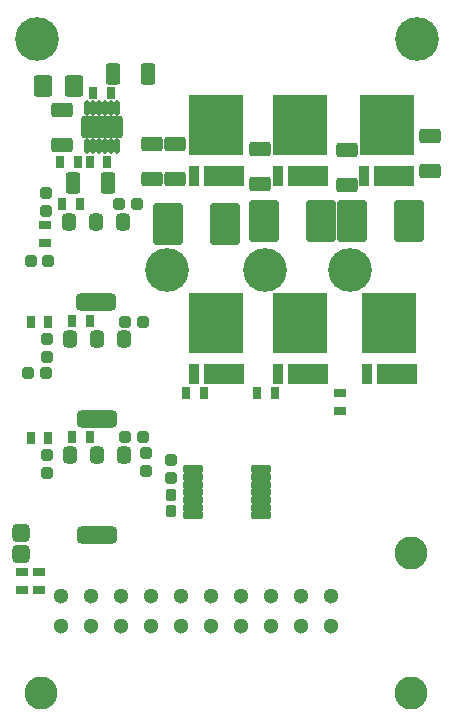
<source format=gbs>
%FSLAX46Y46*%
%MOMM*%
%AMPS14*
1,1,1.300000,0.000000,0.000000*
%
%ADD14PS14*%
%AMPS18*
1,1,1.300000,0.000000,0.000000*
%
%ADD18PS18*%
%AMPS42*
1,1,1.300000,0.000000,0.000000*
%
%ADD42PS42*%
%AMPS27*
1,1,1.300000,0.000000,0.000000*
%
%ADD27PS27*%
%AMPS55*
1,1,3.700000,0.000000,0.000000*
%
%ADD55PS55*%
%AMPS36*
1,1,2.800000,0.000000,0.000000*
%
%ADD36PS36*%
%AMPS22*
1,1,3.700000,0.000000,0.000000*
%
%ADD22PS22*%
%AMPS45*
1,1,3.700000,0.000000,0.000000*
%
%ADD45PS45*%
%AMPS34*
1,1,1.300000,0.000000,0.000000*
%
%ADD34PS34*%
%AMPS56*
1,1,1.300000,0.000000,0.000000*
%
%ADD56PS56*%
%AMPS30*
1,1,1.300000,0.000000,0.000000*
%
%ADD30PS30*%
%AMPS24*
1,1,1.300000,0.000000,0.000000*
%
%ADD24PS24*%
%AMPS29*
1,1,1.300000,0.000000,0.000000*
%
%ADD29PS29*%
%AMPS13*
1,1,1.300000,0.000000,0.000000*
%
%ADD13PS13*%
%AMPS50*
1,1,1.300000,0.000000,0.000000*
%
%ADD50PS50*%
%AMPS46*
1,1,3.700000,0.000000,0.000000*
%
%ADD46PS46*%
%AMPS16*
1,1,3.700000,0.000000,0.000000*
%
%ADD16PS16*%
%AMPS15*
1,1,1.300000,0.000000,0.000000*
%
%ADD15PS15*%
%AMPS51*
1,1,1.300000,0.000000,0.000000*
%
%ADD51PS51*%
%AMPS49*
1,1,1.300000,0.000000,0.000000*
%
%ADD49PS49*%
%AMPS17*
1,1,2.800000,0.000000,0.000000*
%
%ADD17PS17*%
%AMPS32*
21,1,3.340000,1.700000,0.000000,0.000000,180.000000*
%
%ADD32PS32*%
%AMPS31*
21,1,5.100000,4.610000,0.000000,0.000000,90.000000*
%
%ADD31PS31*%
%AMPS33*
21,1,1.700000,0.800000,0.000000,0.000000,90.000000*
%
%ADD33PS33*%
%AMPS57*
1,1,0.400000,0.650000,-0.125000*
1,1,0.400000,-0.650000,0.125000*
1,1,0.400000,0.650000,0.125000*
1,1,0.400000,-0.650000,-0.125000*
21,1,0.650000,1.300000,0.000000,0.000000,270.000000*
21,1,0.250000,1.700000,0.000000,0.000000,270.000000*
%
%ADD57PS57*%
%AMPS58*
1,1,0.400000,-0.650000,0.125000*
1,1,0.400000,0.650000,-0.125000*
1,1,0.400000,-0.650000,-0.125000*
1,1,0.400000,0.650000,0.125000*
21,1,0.650000,1.300000,0.000000,0.000000,90.000000*
21,1,0.250000,1.700000,0.000000,0.000000,90.000000*
%
%ADD58PS58*%
%AMPS40*
1,1,0.400000,0.300000,0.275000*
1,1,0.400000,-0.300000,-0.275000*
1,1,0.400000,-0.300000,0.275000*
1,1,0.400000,0.300000,-0.275000*
21,1,1.000000,0.550000,0.000000,0.000000,360.000000*
21,1,0.600000,0.950000,0.000000,0.000000,360.000000*
%
%ADD40PS40*%
%AMPS37*
1,1,0.400000,0.275000,-0.300000*
1,1,0.400000,-0.275000,0.300000*
1,1,0.400000,0.275000,0.300000*
1,1,0.400000,-0.275000,-0.300000*
21,1,1.000000,0.550000,0.000000,0.000000,270.000000*
21,1,0.600000,0.950000,0.000000,0.000000,270.000000*
%
%ADD37PS37*%
%AMPS23*
1,1,0.400000,-0.300000,-0.275000*
1,1,0.400000,0.300000,0.275000*
1,1,0.400000,0.300000,-0.275000*
1,1,0.400000,-0.300000,0.275000*
21,1,1.000000,0.550000,0.000000,0.000000,180.000000*
21,1,0.600000,0.950000,0.000000,0.000000,180.000000*
%
%ADD23PS23*%
%AMPS28*
1,1,0.400000,-0.275000,0.300000*
1,1,0.400000,0.275000,-0.300000*
1,1,0.400000,-0.275000,-0.300000*
1,1,0.400000,0.275000,0.300000*
21,1,1.000000,0.550000,0.000000,0.000000,90.000000*
21,1,0.600000,0.950000,0.000000,0.000000,90.000000*
%
%ADD28PS28*%
%AMPS44*
1,1,0.600000,-0.275000,-0.425000*
1,1,0.600000,0.275000,0.425000*
1,1,0.600000,0.275000,-0.425000*
1,1,0.600000,-0.275000,0.425000*
21,1,1.150000,0.850000,0.000000,0.000000,180.000000*
21,1,0.550000,1.450000,0.000000,0.000000,180.000000*
%
%ADD44PS44*%
%AMPS54*
1,1,0.400000,1.550000,-0.750000*
1,1,0.400000,-1.550000,0.750000*
1,1,0.400000,1.550000,0.750000*
1,1,0.400000,-1.550000,-0.750000*
21,1,1.900000,3.100000,0.000000,0.000000,270.000000*
21,1,1.500000,3.500000,0.000000,0.000000,270.000000*
%
%ADD54PS54*%
%AMPS47*
1,1,0.400000,0.400000,0.700000*
1,1,0.400000,-0.400000,-0.700000*
1,1,0.400000,-0.400000,0.700000*
1,1,0.400000,0.400000,-0.700000*
21,1,1.200000,1.400000,0.000000,0.000000,360.000000*
21,1,0.800000,1.800000,0.000000,0.000000,360.000000*
%
%ADD47PS47*%
%AMPS11*
1,1,0.400000,-0.400000,-0.700000*
1,1,0.400000,0.400000,0.700000*
1,1,0.400000,0.400000,-0.700000*
1,1,0.400000,-0.400000,0.700000*
21,1,1.200000,1.400000,0.000000,0.000000,180.000000*
21,1,0.800000,1.800000,0.000000,0.000000,180.000000*
%
%ADD11PS11*%
%AMPS10*
1,1,0.400000,-0.700000,0.400000*
1,1,0.400000,0.700000,-0.400000*
1,1,0.400000,-0.700000,-0.400000*
1,1,0.400000,0.700000,0.400000*
21,1,1.200000,1.400000,0.000000,0.000000,90.000000*
21,1,0.800000,1.800000,0.000000,0.000000,90.000000*
%
%ADD10PS10*%
%AMPS43*
1,1,0.700000,1.350000,0.375000*
1,1,0.700000,-1.350000,-0.375000*
1,1,0.700000,-1.350000,0.375000*
1,1,0.700000,1.350000,-0.375000*
21,1,3.400000,0.750000,0.000000,0.000000,360.000000*
21,1,2.700000,1.450000,0.000000,0.000000,360.000000*
%
%ADD43PS43*%
%AMPS20*
1,1,0.720000,0.380000,0.410000*
1,1,0.720000,-0.380000,-0.410000*
1,1,0.720000,-0.380000,0.410000*
1,1,0.720000,0.380000,-0.410000*
21,1,1.480000,0.820000,0.000000,0.000000,360.000000*
21,1,0.760000,1.540000,0.000000,0.000000,360.000000*
%
%ADD20PS20*%
%AMPS21*
1,1,0.720000,-0.380000,-0.410000*
1,1,0.720000,0.380000,0.410000*
1,1,0.720000,0.380000,-0.410000*
1,1,0.720000,-0.380000,0.410000*
21,1,1.480000,0.820000,0.000000,0.000000,180.000000*
21,1,0.760000,1.540000,0.000000,0.000000,180.000000*
%
%ADD21PS21*%
%AMPS53*
1,1,0.300000,0.075000,0.500000*
1,1,0.300000,-0.075000,-0.500000*
1,1,0.300000,-0.075000,0.500000*
1,1,0.300000,0.075000,-0.500000*
21,1,0.450000,1.000000,0.000000,0.000000,360.000000*
21,1,0.150000,1.300000,0.000000,0.000000,360.000000*
%
%ADD53PS53*%
%AMPS52*
1,1,0.300000,-0.075000,-0.500000*
1,1,0.300000,0.075000,0.500000*
1,1,0.300000,0.075000,-0.500000*
1,1,0.300000,-0.075000,0.500000*
21,1,0.450000,1.000000,0.000000,0.000000,180.000000*
21,1,0.150000,1.300000,0.000000,0.000000,180.000000*
%
%ADD52PS52*%
%AMPS41*
1,1,0.400000,0.600000,0.700000*
1,1,0.400000,-0.600000,-0.700000*
1,1,0.400000,-0.600000,0.700000*
1,1,0.400000,0.600000,-0.700000*
21,1,1.600000,1.400000,0.000000,0.000000,360.000000*
21,1,1.200000,1.800000,0.000000,0.000000,360.000000*
%
%ADD41PS41*%
%AMPS12*
1,1,0.400000,0.150000,0.350000*
1,1,0.400000,-0.150000,-0.350000*
1,1,0.400000,-0.150000,0.350000*
1,1,0.400000,0.150000,-0.350000*
21,1,0.700000,0.700000,0.000000,0.000000,360.000000*
21,1,0.300000,1.100000,0.000000,0.000000,360.000000*
%
%ADD12PS12*%
%AMPS48*
1,1,0.400000,0.350000,-0.150000*
1,1,0.400000,-0.350000,0.150000*
1,1,0.400000,0.350000,0.150000*
1,1,0.400000,-0.350000,-0.150000*
21,1,0.700000,0.700000,0.000000,0.000000,270.000000*
21,1,0.300000,1.100000,0.000000,0.000000,270.000000*
%
%ADD48PS48*%
%AMPS35*
1,1,0.400000,-0.150000,-0.350000*
1,1,0.400000,0.150000,0.350000*
1,1,0.400000,0.150000,-0.350000*
1,1,0.400000,-0.150000,0.350000*
21,1,0.700000,0.700000,0.000000,0.000000,180.000000*
21,1,0.300000,1.100000,0.000000,0.000000,180.000000*
%
%ADD35PS35*%
%AMPS19*
1,1,0.400000,-0.350000,0.150000*
1,1,0.400000,0.350000,-0.150000*
1,1,0.400000,-0.350000,-0.150000*
1,1,0.400000,0.350000,0.150000*
21,1,0.700000,0.700000,0.000000,0.000000,90.000000*
21,1,0.300000,1.100000,0.000000,0.000000,90.000000*
%
%ADD19PS19*%
%AMPS39*
1,1,0.700000,0.940000,-1.440000*
1,1,0.700000,-0.940000,1.440000*
1,1,0.700000,0.940000,1.440000*
1,1,0.700000,-0.940000,-1.440000*
21,1,3.580000,1.880000,0.000000,0.000000,270.000000*
21,1,2.880000,2.580000,0.000000,0.000000,270.000000*
%
%ADD39PS39*%
%AMPS38*
1,1,0.700000,-0.940000,1.440000*
1,1,0.700000,0.940000,-1.440000*
1,1,0.700000,-0.940000,-1.440000*
1,1,0.700000,0.940000,1.440000*
21,1,3.580000,1.880000,0.000000,0.000000,90.000000*
21,1,2.880000,2.580000,0.000000,0.000000,90.000000*
%
%ADD38PS38*%
%AMPS25*
1,1,0.480000,0.205000,0.305000*
1,1,0.480000,-0.205000,-0.305000*
1,1,0.480000,-0.205000,0.305000*
1,1,0.480000,0.205000,-0.305000*
21,1,0.890000,0.610000,0.000000,0.000000,360.000000*
21,1,0.410000,1.090000,0.000000,0.000000,360.000000*
%
%ADD25PS25*%
%AMPS26*
1,1,0.480000,-0.205000,-0.305000*
1,1,0.480000,0.205000,0.305000*
1,1,0.480000,0.205000,-0.305000*
1,1,0.480000,-0.205000,0.305000*
21,1,0.890000,0.610000,0.000000,0.000000,180.000000*
21,1,0.410000,1.090000,0.000000,0.000000,180.000000*
%
%ADD26PS26*%
G01*
G01*
%LPD*%
G75*
D10*
X-1200000Y16300000D03*
D10*
X-1200000Y13300000D03*
D11*
X-300000Y10100000D03*
D11*
X2700000Y10100000D03*
D12*
X2950000Y17700000D03*
D12*
X1450000Y17700000D03*
D13*
X3780000Y-27440000D03*
D14*
X1240000Y-24900000D03*
D15*
X-1300000Y-24900000D03*
D16*
X16000000Y2700000D03*
D12*
X1150000Y-11400000D03*
D12*
X-350000Y-11400000D03*
D17*
X28400000Y-33100000D03*
D18*
X13940000Y-24900000D03*
D10*
X6450000Y13400000D03*
D10*
X6450000Y10400000D03*
D12*
X-2350000Y-1700000D03*
D12*
X-3850000Y-1700000D03*
D19*
X-2600000Y6550000D03*
D19*
X-2600000Y5050000D03*
D20*
X-4666667Y-21299997D03*
D21*
X-4666667Y-19499997D03*
D22*
X-3300000Y22300000D03*
D23*
X5650000Y-11400000D03*
D23*
X4150000Y-11400000D03*
D24*
X21560000Y-27440000D03*
D15*
X3780000Y-24900000D03*
D25*
X8000000Y-17710000D03*
D26*
X8000000Y-16290000D03*
D27*
X19020000Y-24900000D03*
D19*
X-4566667Y-22849997D03*
D19*
X-4566667Y-24349997D03*
D28*
X5900000Y-14250000D03*
D28*
X5900000Y-12750000D03*
D29*
X8860000Y-24900000D03*
D18*
X21560000Y-24900000D03*
D30*
X13940000Y-27440000D03*
D31*
X19000000Y15020000D03*
D32*
X19635000Y10680000D03*
D33*
X17095000Y10680000D03*
D10*
X22900000Y12900000D03*
D10*
X22900000Y9900000D03*
D31*
X11850000Y-1780004D03*
D32*
X12485000Y-6120004D03*
D33*
X9945000Y-6120004D03*
D34*
X16480000Y-24900000D03*
D10*
X8400000Y13400000D03*
D10*
X8400000Y10400000D03*
D12*
X1150000Y-1600000D03*
D12*
X-350000Y-1600000D03*
D35*
X9350000Y-7700000D03*
D35*
X10850000Y-7700000D03*
D31*
X26500000Y-1780000D03*
D32*
X27135000Y-6120000D03*
D33*
X24595000Y-6120000D03*
D36*
X28400000Y-21200000D03*
D37*
X-2530000Y9250000D03*
D37*
X-2530000Y7750000D03*
D38*
X20710000Y6900000D03*
D39*
X15890000Y6900000D03*
D38*
X12610000Y6600000D03*
D39*
X7790000Y6600000D03*
D15*
X11400000Y-24900000D03*
D12*
X150000Y11900000D03*
D12*
X-1350000Y11900000D03*
D17*
X-3000000Y-33100000D03*
D40*
X-3850000Y3500000D03*
D40*
X-2350000Y3500000D03*
D41*
X-200000Y18300000D03*
D41*
X-2800000Y18300000D03*
D42*
X-1300000Y-27440000D03*
D43*
X1800000Y-19700000D03*
D44*
X4100000Y-12900000D03*
D44*
X-500000Y-12900000D03*
D44*
X1800000Y-12900000D03*
D45*
X28900000Y22300000D03*
D12*
X350000Y8300000D03*
D12*
X-1150000Y8300000D03*
D10*
X30000000Y14100000D03*
D10*
X30000000Y11100000D03*
D46*
X7700000Y2700000D03*
D23*
X5150000Y8300000D03*
D23*
X3650000Y8300000D03*
D28*
X-2500000Y-4650000D03*
D28*
X-2500000Y-3150000D03*
D47*
X6100000Y19300000D03*
D47*
X3100000Y19300000D03*
D48*
X22322511Y-9174171D03*
D48*
X22322511Y-7674171D03*
D27*
X6320000Y-24900000D03*
D49*
X8860000Y-27440000D03*
D50*
X11400000Y-27440000D03*
D51*
X16480000Y-27440000D03*
D12*
X-2350000Y-11500000D03*
D12*
X-3850000Y-11500000D03*
D43*
X1800000Y-9900000D03*
D44*
X4100000Y-3100000D03*
D44*
X-500000Y-3100000D03*
D44*
X1800000Y-3100000D03*
D12*
X2650000Y11900000D03*
D12*
X1150000Y11900000D03*
D31*
X19000000Y-1780000D03*
D32*
X19635000Y-6120000D03*
D33*
X17095000Y-6120000D03*
D19*
X-3166667Y-22849997D03*
D19*
X-3166667Y-24349997D03*
D34*
X6320000Y-27440000D03*
D52*
X3450000Y16400000D03*
D53*
X2950000Y13200000D03*
D52*
X1450000Y16400000D03*
D53*
X1950000Y13200000D03*
D53*
X1450000Y13200000D03*
D52*
X1950000Y16400000D03*
D54*
X2200000Y14800000D03*
D53*
X950000Y13200000D03*
D53*
X2450000Y13200000D03*
D52*
X950000Y16400000D03*
D52*
X2950000Y16400000D03*
D52*
X2450000Y16400000D03*
D53*
X3450000Y13200000D03*
D28*
X-2500000Y-14450000D03*
D28*
X-2500000Y-12950000D03*
D37*
X8000000Y-13350000D03*
D37*
X8000000Y-14850000D03*
D43*
X1700000Y0D03*
D44*
X4000000Y6800000D03*
D44*
X-600000Y6800000D03*
D44*
X1700000Y6800000D03*
D35*
X15350000Y-7700000D03*
D35*
X16850000Y-7700000D03*
D31*
X11850000Y15019996D03*
D32*
X12485000Y10679996D03*
D33*
X9945000Y10679996D03*
D55*
X23200000Y2700000D03*
D10*
X15600000Y13000000D03*
D10*
X15600000Y10000000D03*
D38*
X28210000Y6900000D03*
D39*
X23390000Y6900000D03*
D56*
X19020000Y-27440000D03*
D31*
X26300000Y15020000D03*
D32*
X26935000Y10680000D03*
D33*
X24395000Y10680000D03*
D23*
X5650000Y-1700000D03*
D23*
X4150000Y-1700000D03*
D40*
X-4050000Y-6000000D03*
D40*
X-2550000Y-6000000D03*
D57*
X9900000Y-18050000D03*
D57*
X9900000Y-16100000D03*
D58*
X15700000Y-15450000D03*
D58*
X15700000Y-18050000D03*
D58*
X15700000Y-14150000D03*
D57*
X9900000Y-16750000D03*
D58*
X15700000Y-16100000D03*
D58*
X15700000Y-14800000D03*
D58*
X15700000Y-17400000D03*
D57*
X9900000Y-14150000D03*
D57*
X9900000Y-14800000D03*
D57*
X9900000Y-17400000D03*
D58*
X15700000Y-16750000D03*
D57*
X9900000Y-15450000D03*
D13*
X1240000Y-27440000D03*
M02*

</source>
